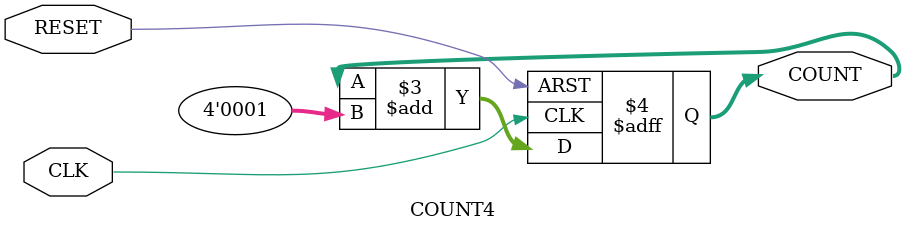
<source format=v>
module COUNT4(RESET, CLK, COUNT);
input RESET, CLK;
output [3:0] COUNT;

reg [3:0] COUNT;

always @(posedge CLK or negedge RESET)
begin
	if (RESET == 1'b0)
		COUNT <= 4'h0;
	else
		COUNT <= COUNT + 4'h1;
end

endmodule

</source>
